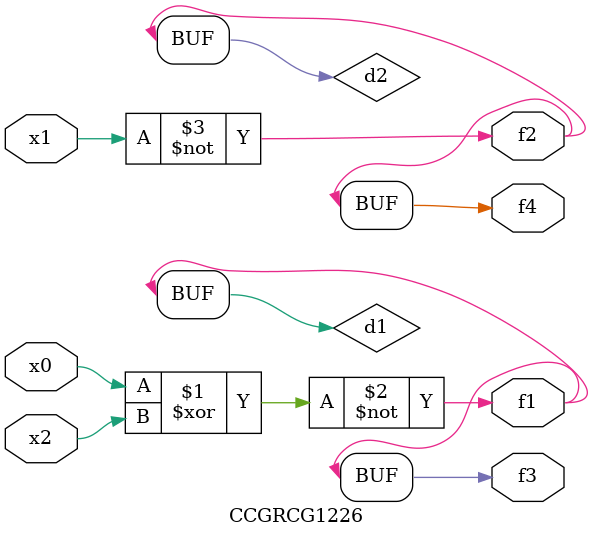
<source format=v>
module CCGRCG1226(
	input x0, x1, x2,
	output f1, f2, f3, f4
);

	wire d1, d2, d3;

	xnor (d1, x0, x2);
	nand (d2, x1);
	nor (d3, x1, x2);
	assign f1 = d1;
	assign f2 = d2;
	assign f3 = d1;
	assign f4 = d2;
endmodule

</source>
